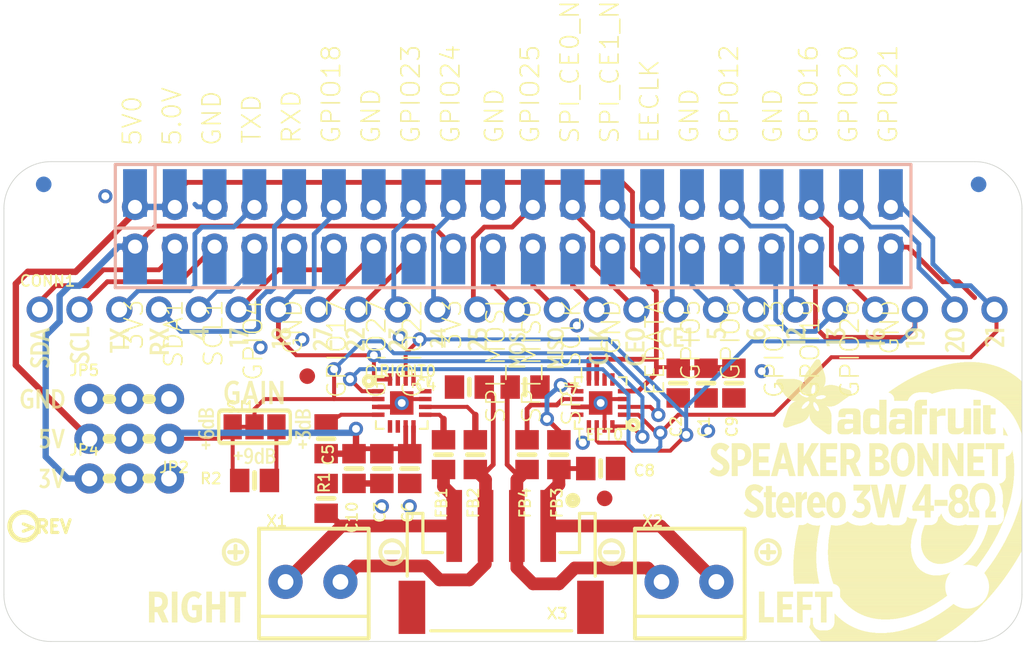
<source format=kicad_pcb>
(kicad_pcb (version 20211014) (generator pcbnew)
  (layers (0 "F.Cu" signal) (31 "B.Cu" signal) (34 "B.Paste" user) (35 "F.Paste" user) (36 "B.SilkS" user "B.Silkscreen") (37 "F.SilkS" user "F.Silkscreen") (38 "B.Mask" user) (39 "F.Mask" user) (44 "Edge.Cuts" user))
  (net 0 "")
  (net 1 "5.0V")
  (net 2 "SDA")
  (net 3 "SCL")
  (net 4 "GPIO4")
  (net 5 "GPIO17")
  (net 6 "GPIO27")
  (net 7 "GPIO22")
  (net 8 "SPI_MOSI")
  (net 9 "SPI_MISO")
  (net 10 "SPI_SCLK")
  (net 11 "GPIO5")
  (net 12 "GPIO6")
  (net 13 "GPIO13")
  (net 14 "GPIO26")
  (net 15 "3.3V")
  (net 16 "GND")
  (net 17 "TXD")
  (net 18 "RXD")
  (net 19 "GPIO24")
  (net 20 "GPIO25")
  (net 21 "SPI_CE0")
  (net 22 "SPI_CE1")
  (net 23 "EECLK")
  (net 24 "GPIO16")
  (net 25 "GPIO20")
  (net 26 "GPIO23")
  (net 27 "EEDATA")
  (net 28 "GPIO12")
  (net 29 "SD_MODE")
  (net 30 "N$5")
  (net 31 "N$6")
  (net 32 "LEFT-")
  (net 33 "LEFT+")
  (net 34 "BCLK")
  (net 35 "LRCLK")
  (net 36 "DIN")
  (net 37 "GAIN")
  (net 38 "N$1")
  (net 39 "N$2")
  (net 40 "RIGHT+")
  (net 41 "RIGHT-")
  (net 42 "N$4")
  (net 43 "N$7")
  (footprint "boardEagle:0805-NO" (layer "F.Cu") (at 146.1001 108.3958 -90)
    (fp_text reference "FB2")
    (fp_text value "Ferrite")
  )
  (footprint "boardEagle:QFN16_3MM" (layer "F.Cu") (at 141.4011 105.0938)
    (fp_text reference "RIGHT0")
    (fp_text value "MAX98357A")
  )
  (footprint "boardEagle:0805-NO" (layer "F.Cu") (at 136.5751 111.1898 90)
    (fp_text reference "C5")
    (fp_text value "DNP")
  )
  (footprint "boardEagle:1X25_ROUND_70MIL" (layer "F.Cu") (at 148.7671 99.1248)
    (fp_text reference "CONN1")
    (fp_text value "HEADER-1X25")
  )
  (footprint "boardEagle:0805-NO" (layer "F.Cu") (at 160.8321 103.8238 -90)
    (fp_text reference "C1")
    (fp_text value "10uF")
  )
  (footprint "boardEagle:1X03_ROUND_76" (layer "F.Cu") (at 124.0021 109.9198)
    (fp_text reference "JP4")
    (fp_text value "")
  )
  (footprint "boardEagle:FIDUCIAL_1MM" (layer "F.Cu") (at 135.3686 103.3793)
    (fp_text reference "FID1" hide)
    (fp_text value "FIDUCIAL_1MM" hide)
  )
  (footprint "boardEagle:0805-NO" (layer "F.Cu") (at 159.0541 103.8238 -90)
    (fp_text reference "C2")
    (fp_text value "0.1uF")
  )
  (footprint "boardEagle:FIDUCIAL_1MM" (layer "F.Cu") (at 154.3551 111.1898)
    (fp_text reference "FID2" hide)
    (fp_text value "FIDUCIAL_1MM" hide)
  )
  (footprint "boardEagle:0805-NO" (layer "F.Cu") (at 144.0681 108.3958 -90)
    (fp_text reference "FB1")
    (fp_text value "Ferrite")
  )
  (footprint "boardEagle:BONNET_SPEAKER_REVB" (layer "F.Cu") (at 116.0011 120.3338)
    (fp_text reference "U$30" hide)
    (fp_text value "" hide)
  )
  (footprint "boardEagle:0805-NO" (layer "F.Cu") (at 145.7191 104.0778 180)
    (fp_text reference "C4")
    (fp_text value "DNP")
  )
  (footprint "boardEagle:0805-NO" (layer "F.Cu") (at 132.0031 110.0468 180)
    (fp_text reference "R2")
    (fp_text value "100K")
  )
  (footprint "boardEagle:JSTPH4" (layer "F.Cu") (at 147.7511 116.6508 180)
    (fp_text reference "X3")
    (fp_text value "4 JST-PH")
  )
  (footprint "boardEagle:TERMBLOCK_1X2-3.5MM" (layer "F.Cu") (at 135.6861 116.5238)
    (fp_text reference "X1")
    (fp_text value "3.5mm")
  )
  (footprint "boardEagle:0805-NO" (layer "F.Cu") (at 154.1011 109.2848)
    (fp_text reference "C8")
    (fp_text value "DNP")
  )
  (footprint "boardEagle:TERMBLOCK_1X2-3.5MM" (layer "F.Cu") (at 159.6891 116.5238)
    (fp_text reference "X2")
    (fp_text value "3.5mm")
  )
  (footprint "boardEagle:PCBFEAT-REV-040" (layer "F.Cu") (at 117.2711 112.9678)
    (fp_text reference "U$11" hide)
    (fp_text value "" hide)
  )
  (footprint "boardEagle:0805-NO" (layer "F.Cu") (at 140.1311 109.2848 -90)
    (fp_text reference "C3")
    (fp_text value "0.1uF")
  )
  (footprint "boardEagle:0805-NO" (layer "F.Cu") (at 151.4341 108.3958 -90)
    (fp_text reference "FB3")
    (fp_text value "Ferrite")
  )
  (footprint "boardEagle:0805-NO" (layer "F.Cu") (at 162.6101 103.8238 -90)
    (fp_text reference "C9")
    (fp_text value "10uF")
  )
  (footprint "boardEagle:1X03_ROUND_76" (layer "F.Cu") (at 124.0021 107.3798 180)
    (fp_text reference "JP2")
    (fp_text value "")
  )
  (footprint "boardEagle:PI_BONNET_THMSMT" (layer "F.Cu") (at 116.0011 120.3338)
    (fp_text reference "RPI1" hide)
    (fp_text value "RASPBERRYPI_BPLUS_BONNET_THMSMT" hide)
    (fp_line (start 62 -30.6604) (end 3 -30.6604) (layer "Edge.Cuts") (width 0.05))
    (fp_line (start 0 -27.6604) (end 0 -3) (layer "Edge.Cuts") (width 0.05))
    (fp_line (start 3 0) (end 62 0) (layer "Edge.Cuts") (width 0.05))
    (fp_line (start 65 -3) (end 65 -27.6604) (layer "Edge.Cuts") (width 0.05))
    (fp_arc (start 3 0) (mid 0.87868 -0.87868) (end 0 -3) (layer "Edge.Cuts") (width 0.05))
    (fp_arc (start 62 -30.6604) (mid 64.12132 -29.78172) (end 65 -27.6604) (layer "Edge.Cuts") (width 0.05))
    (fp_arc (start 65 -3) (mid 64.12132 -0.87868) (end 62 0) (layer "Edge.Cuts") (width 0.05))
    (fp_arc (start 0 -27.6604) (mid 0.87868 -29.78172) (end 3 -30.6604) (layer "Edge.Cuts") (width 0.05))
  )
  (footprint "boardEagle:0805-NO" (layer "F.Cu") (at 149.4021 108.3958 -90)
    (fp_text reference "FB4")
    (fp_text value "Ferrite")
  )
  (footprint "boardEagle:0805-NO" (layer "F.Cu") (at 141.9091 109.2848 -90)
    (fp_text reference "C6")
    (fp_text value "10uF")
  )
  (footprint "boardEagle:0805-NO" (layer "F.Cu") (at 149.2751 104.0778)
    (fp_text reference "C7")
    (fp_text value "DNP")
  )
  (footprint "boardEagle:SOLDERJUMPER_2WAY_OPEN_NOPASTE" (layer "F.Cu") (at 132.0031 106.6178)
    (fp_text reference "SJ1")
    (fp_text value "")
  )
  (footprint "boardEagle:0805-NO" (layer "F.Cu") (at 138.3531 109.2848 -90)
    (fp_text reference "C10")
    (fp_text value "10uF")
  )
  (footprint "boardEagle:QFN16_3MM" (layer "F.Cu") (at 154.1011 105.0938 180)
    (fp_text reference "LEFT0")
    (fp_text value "MAX98357A")
  )
  (footprint "boardEagle:1X03_ROUND_76" (layer "F.Cu") (at 124.0021 104.8398)
    (fp_text reference "JP5")
    (fp_text value "")
  )
  (footprint "boardEagle:0805-NO" (layer "F.Cu") (at 136.5751 107.3798 -90)
    (fp_text reference "R1")
    (fp_text value "390K")
  )
  (gr_line (start 122.6051 104.8398) (end 122.8591 104.8398) (layer "F.SilkS") (width 0.6096))
  (gr_line (start 122.6051 109.9198) (end 122.8591 109.9198) (layer "F.SilkS") (width 0.6096))
  (gr_line (start 125.1451 109.9198) (end 125.3991 109.9198) (layer "F.SilkS") (width 0.6096))
  (gr_line (start 125.1451 104.8398) (end 125.3991 104.8398) (layer "F.SilkS") (width 0.6096))
  (gr_line (start 125.1451 107.3798) (end 125.3991 107.3798) (layer "F.SilkS") (width 0.6096))
  (gr_line (start 122.6051 107.3798) (end 122.8591 107.3798) (layer "F.SilkS") (width 0.6096))
  (segment (start 153.8511 102.2998) (end 157.6571 102.2998) (width 0.3048) (layer "F.Cu") (net 1))
  (segment (start 116.7631 97.4738) (end 117.5251 96.7118) (width 0.4064) (layer "F.Cu") (net 1))
  (segment (start 138.6681 108.3348) (end 138.3531 108.3348) (width 0.4064) (layer "F.Cu") (net 1))
  (segment (start 116.7631 102.6808) (end 116.7631 97.4738) (width 0.4064) (layer "F.Cu") (net 1))
  (segment (start 117.5251 96.7118) (end 120.5731 96.7118) (width 0.4064) (layer "F.Cu") (net 1))
  (segment (start 157.6571 97.9818) (end 157.6571 102.2998) (width 0.3048) (layer "F.Cu") (net 1))
  (segment (start 121.4621 107.3798) (end 116.7631 102.6808) (width 0.4064) (layer "F.Cu") (net 1))
  (segment (start 141.6551 108.0148) (end 140.3851 108.0148) (width 0.3048) (layer "F.Cu") (net 1))
  (segment (start 138.4801 108.2078) (end 138.4801 106.7448) (width 0.4064) (layer "F.Cu") (net 1))
  (segment (start 155.6131 104.3318) (end 155.6011 104.3438) (width 0.3048) (layer "F.Cu") (net 1))
  (segment (start 162.6101 102.8738) (end 160.8321 102.8738) (width 0.4064) (layer "F.Cu") (net 1))
  (segment (start 141.9091 108.3348) (end 141.9091 108.0148) (width 0.254) (layer "F.Cu") (net 1))
  (segment (start 124.3711 92.9138) (end 124.3711 92.5638) (width 0.4064) (layer "F.Cu") (net 1))
  (segment (start 153.8511 103.5938) (end 153.8511 102.2998) (width 0.3048) (layer "F.Cu") (net 1))
  (segment (start 140.3851 108.0148) (end 138.9881 108.0148) (width 0.3048) (layer "F.Cu") (net 1))
  (segment (start 138.3531 108.3348) (end 138.4801 108.2078) (width 0.4064) (layer "F.Cu") (net 1))
  (segment (start 126.9111 91.7708) (end 126.9111 92.5638) (width 0.3048) (layer "F.Cu") (net 1))
  (segment (start 160.8321 102.8738) (end 159.0541 102.8738) (width 0.254) (layer "F.Cu") (net 1))
  (segment (start 157.6571 103.1888) (end 156.5141 104.3318) (width 0.3048) (layer "F.Cu") (net 1))
  (segment (start 142.1511 108.0148) (end 141.9091 108.0148) (width 0.3048) (layer "F.Cu") (net 1))
  (segment (start 156.1331 96.4578) (end 157.6571 97.9818) (width 0.3048) (layer "F.Cu") (net 1))
  (segment (start 141.6551 108.0148) (end 141.6551 106.5938) (width 0.3048) (layer "F.Cu") (net 1))
  (segment (start 136.5801 108.3348) (end 138.3531 108.3348) (width 0.4064) (layer "F.Cu") (net 1))
  (segment (start 129.8441 107.3798) (end 126.5421 107.3798) (width 0.254) (layer "F.Cu") (net 1))
  (segment (start 153.8511 102.2998) (end 153.3511 102.2998) (width 0.3048) (layer "F.Cu") (net 1))
  (segment (start 140.1311 108.3348) (end 140.3851 108.0808) (width 0.254) (layer "F.Cu") (net 1))
  (segment (start 155.4981 90.9968) (end 127.6851 90.9968) (width 0.3048) (layer "F.Cu") (net 1))
  (segment (start 156.5141 104.3318) (end 155.6131 104.3318) (width 0.3048) (layer "F.Cu") (net 1))
  (segment (start 141.9091 108.0148) (end 141.6551 108.0148) (width 0.3048) (layer "F.Cu") (net 1))
  (segment (start 130.6061 106.6178) (end 130.6061 109.5998) (width 0.254) (layer "F.Cu") (net 1))
  (segment (start 156.1331 91.6318) (end 156.1331 96.4578) (width 0.3048) (layer "F.Cu") (net 1))
  (segment (start 136.5751 108.3298) (end 136.5141 108.2688) (width 0.254) (layer "F.Cu") (net 1))
  (segment (start 136.5751 108.3298) (end 136.5801 108.3348) (width 0.4064) (layer "F.Cu") (net 1))
  (segment (start 130.6061 106.6178) (end 129.8441 107.3798) (width 0.254) (layer "F.Cu") (net 1))
  (segment (start 138.9881 108.0148) (end 138.6681 108.3348) (width 0.4064) (layer "F.Cu") (net 1))
  (segment (start 127.6851 90.9968) (end 126.9111 91.7708) (width 0.3048) (layer "F.Cu") (net 1))
  (segment (start 156.1331 91.6318) (end 155.4981 90.9968) (width 0.3048) (layer "F.Cu") (net 1))
  (segment (start 142.1511 106.5938) (end 142.1511 108.0148) (width 0.3048) (layer "F.Cu") (net 1))
  (segment (start 159.0541 102.8738) (end 158.9881 102.8078) (width 0.254) (layer "F.Cu") (net 1))
  (segment (start 140.3851 108.0808) (end 140.3851 108.0148) (width 0.254) (layer "F.Cu") (net 1))
  (segment (start 141.6551 106.5938) (end 141.6511 106.5938) (width 0.3048) (layer "F.Cu") (net 1))
  (segment (start 153.3511 102.2998) (end 153.3511 103.5938) (width 0.3048) (layer "F.Cu") (net 1))
  (segment (start 157.6571 102.2998) (end 157.6571 102.8078) (width 0.3048) (layer "F.Cu") (net 1))
  (segment (start 158.9881 102.8078) (end 157.6571 102.8078) (width 0.254) (layer "F.Cu") (net 1))
  (segment (start 120.5731 96.7118) (end 124.3711 92.9138) (width 0.4064) (layer "F.Cu") (net 1))
  (segment (start 157.6571 102.8078) (end 157.6571 103.1888) (width 0.3048) (layer "F.Cu") (net 1))
  (segment (start 130.6061 109.5998) (end 131.0531 110.0468) (width 0.254) (layer "F.Cu") (net 1))
  (via (at 138.4801 106.7448) (size 0.9064) (drill 0.5) (layers "F.Cu" "B.Cu") (net 1))
  (segment (start 126.9107 91.6764) (end 126.9111 91.6764) (width 0.4064) (layer "B.Cu") (net 1))
  (segment (start 126.9111 91.6764) (end 126.9111 92.5638) (width 0.4064) (layer "B.Cu") (net 1))
  (segment (start 124.3711 92.5638) (end 124.3707 92.5638) (width 0.4064) (layer "B.Cu") (net 1))
  (segment (start 124.0021 107.3798) (end 121.4621 107.3798) (width 0.4064) (layer "B.Cu") (net 1))
  (segment (start 124.3707 92.5638) (end 124.3707 91.6764) (width 0.4064) (layer "B.Cu") (net 1))
  (segment (start 126.5421 107.3798) (end 124.0021 107.3798) (width 0.4064) (layer "B.Cu") (net 1))
  (segment (start 124.3711 92.5638) (end 126.2881 92.5638) (width 0.4064) (layer "B.Cu") (net 1))
  (segment (start 126.9231 106.9988) (end 126.5421 107.3798) (width 0.4064) (layer "B.Cu") (net 1))
  (segment (start 138.2261 106.9988) (end 126.9231 106.9988) (width 0.4064) (layer "B.Cu") (net 1))
  (segment (start 126.2881 92.5638) (end 125.7801 92.5638) (width 0.3048) (layer "B.Cu") (net 1))
  (segment (start 126.9111 92.5638) (end 126.2881 92.5638) (width 0.3048) (layer "B.Cu") (net 1))
  (segment (start 138.4801 106.7448) (end 138.2261 106.9988) (width 0.4064) (layer "B.Cu") (net 1))
  (segment (start 118.2871 98.6168) (end 119.3031 97.6008) (width 0.3048) (layer "F.Cu") (net 2))
  (segment (start 122.3511 96.5848) (end 125.9071 96.5848) (width 0.3048) (layer "F.Cu") (net 2))
  (segment (start 118.2871 99.1248) (end 118.2871 98.6168) (width 0.3048) (layer "F.Cu") (net 2))
  (segment (start 119.3031 97.6008) (end 121.3351 97.6008) (width 0.3048) (layer "F.Cu") (net 2))
  (segment (start 125.9071 96.5848) (end 126.9111 95.5808) (width 0.3048) (layer "F.Cu") (net 2))
  (segment (start 126.9111 95.5808) (end 126.9111 95.1038) (width 0.3048) (layer "F.Cu") (net 2))
  (segment (start 121.3351 97.6008) (end 122.3511 96.5848) (width 0.3048) (layer "F.Cu") (net 2))
  (segment (start 126.9107 95.9944) (end 126.9111 95.9944) (width 0.4064) (layer "B.Cu") (net 2))
  (segment (start 126.9111 95.9944) (end 126.9111 95.1038) (width 0.4064) (layer "B.Cu") (net 2))
  (segment (start 127.2431 97.3468) (end 129.4511 95.1038) (width 0.3048) (layer "F.Cu") (net 3))
  (segment (start 122.6051 97.3468) (end 127.2431 97.3468) (width 0.3048) (layer "F.Cu") (net 3))
  (segment (start 120.8271 99.1248) (end 122.6051 97.3468) (width 0.3048) (layer "F.Cu") (net 3))
  (segment (start 129.4507 95.9944) (end 129.4511 95.9944) (width 0.4064) (layer "B.Cu") (net 3))
  (segment (start 129.4511 95.9944) (end 129.4511 95.1038) (width 0.4064) (layer "B.Cu") (net 3))
  (segment (start 131.9911 96.4698) (end 131.9911 95.1038) (width 0.254) (layer "B.Cu") (net 4))
  (segment (start 130.4791 97.9818) (end 131.9911 96.4698) (width 0.254) (layer "B.Cu") (net 4))
  (segment (start 128.4471 99.1248) (end 129.5901 97.9818) (width 0.254) (layer "B.Cu") (net 4))
  (segment (start 131.9907 95.9944) (end 131.9911 95.9944) (width 0.4064) (layer "B.Cu") (net 4))
  (segment (start 131.9911 95.9944) (end 131.9911 95.1038) (width 0.4064) (layer "B.Cu") (net 4))
  (segment (start 129.5901 97.9818) (end 130.4791 97.9818) (width 0.254) (layer "B.Cu") (net 4))
  (segment (start 137.0711 96.0888) (end 137.0711 95.1038) (width 0.3048) (layer "F.Cu") (net 5))
  (segment (start 130.9871 99.1248) (end 133.5271 96.5848) (width 0.3048) (layer "F.Cu") (net 5))
  (segment (start 136.5751 96.5848) (end 137.0711 96.0888) (width 0.3048) (layer "F.Cu") (net 5))
  (segment (start 133.5271 96.5848) (end 136.5751 96.5848) (width 0.3048) (layer "F.Cu") (net 5))
  (segment (start 137.0707 95.9944) (end 137.0711 95.9944) (width 0.4064) (layer "B.Cu") (net 5))
  (segment (start 137.0711 95.9944) (end 137.0711 95.1038) (width 0.4064) (layer "B.Cu") (net 5))
  (segment (start 139.6111 95.5808) (end 139.6111 95.1038) (width 0.3048) (layer "F.Cu") (net 6))
  (segment (start 136.0671 99.1248) (end 139.6111 95.5808) (width 0.3048) (layer "F.Cu") (net 6))
  (segment (start 139.6111 95.9944) (end 139.6111 95.1038) (width 0.4064) (layer "B.Cu") (net 6))
  (segment (start 139.6107 95.9944) (end 139.6111 95.9944) (width 0.4064) (layer "B.Cu") (net 6))
  (segment (start 138.6071 99.1248) (end 142.1511 95.5808) (width 0.3048) (layer "F.Cu") (net 7))
  (segment (start 142.1511 95.5808) (end 142.1511 95.1038) (width 0.3048) (layer "F.Cu") (net 7))
  (segment (start 142.1507 95.9944) (end 142.1511 95.9944) (width 0.4064) (layer "B.Cu") (net 7))
  (segment (start 142.1511 95.9944) (end 142.1511 95.1038) (width 0.4064) (layer "B.Cu") (net 7))
  (segment (start 147.2311 97.5888) (end 147.2311 95.1038) (width 0.3048) (layer "F.Cu") (net 8))
  (segment (start 148.7671 99.1248) (end 147.2311 97.5888) (width 0.3048) (layer "F.Cu") (net 8))
  (segment (start 147.2307 95.9944) (end 147.2311 95.9944) (width 0.4064) (layer "B.Cu") (net 8))
  (segment (start 147.2311 95.9944) (end 147.2311 95.1038) (width 0.4064) (layer "B.Cu") (net 8))
  (segment (start 149.7711 97.5888) (end 149.7711 95.1038) (width 0.3048) (layer "F.Cu") (net 9))
  (segment (start 151.3071 99.1248) (end 149.7711 97.5888) (width 0.3048) (layer "F.Cu") (net 9))
  (segment (start 149.7707 95.9944) (end 149.7711 95.9944) (width 0.4064) (layer "B.Cu") (net 9))
  (segment (start 149.7711 95.9944) (end 149.7711 95.1038) (width 0.4064) (layer "B.Cu") (net 9))
  (segment (start 152.3111 97.5888) (end 152.3111 95.1038) (width 0.3048) (layer "F.Cu") (net 10))
  (segment (start 153.8471 99.1248) (end 152.3111 97.5888) (width 0.3048) (layer "F.Cu") (net 10))
  (segment (start 152.3111 95.9944) (end 152.3111 95.1038) (width 0.4064) (layer "B.Cu") (net 10))
  (segment (start 152.3107 95.9944) (end 152.3111 95.9944) (width 0.4064) (layer "B.Cu") (net 10))
  (segment (start 159.9311 97.5888) (end 161.4671 99.1248) (width 0.3048) (layer "B.Cu") (net 11))
  (segment (start 159.9311 96.2038) (end 159.9311 97.5888) (width 0.3048) (layer "B.Cu") (net 11))
  (segment (start 159.9311 95.9944) (end 159.9311 96.2038) (width 0.4064) (layer "B.Cu") (net 11))
  (segment (start 159.9307 95.9944) (end 159.9311 95.9944) (width 0.4064) (layer "B.Cu") (net 11))
  (segment (start 159.9311 95.1038) (end 159.9311 96.2038) (width 0.3048) (layer "B.Cu") (net 11))
  (segment (start 162.4711 95.9944) (end 162.4711 95.6958) (width 0.4064) (layer "B.Cu") (net 12))
  (segment (start 162.4707 95.9944) (end 162.4711 95.9944) (width 0.4064) (layer "B.Cu") (net 12))
  (segment (start 162.4711 95.6958) (end 162.4711 97.5888) (width 0.3048) (layer "B.Cu") (net 12))
  (segment (start 162.4711 97.5888) (end 164.0071 99.1248) (width 0.3048) (layer "B.Cu") (net 12))
  (segment (start 162.4711 95.1038) (end 162.4711 95.6958) (width 0.3048) (layer "B.Cu") (net 12))
  (segment (start 165.1011 96.2818) (end 165.2771 96.4578) (width 0.3048) (layer "B.Cu") (net 13))
  (segment (start 165.1011 96.2818) (end 165.0231 96.2818) (width 0.4064) (layer "B.Cu") (net 13))
  (segment (start 165.0107 95.4418) (end 165.0107 95.9944) (width 0.4064) (layer "B.Cu") (net 13))
  (segment (start 166.0391 100.5218) (end 167.8171 100.5218) (width 0.3048) (layer "B.Cu") (net 13))
  (segment (start 165.0231 95.4418) (end 165.0107 95.4418) (width 0.4064) (layer "B.Cu") (net 13))
  (segment (start 165.0231 96.2818) (end 165.0231 95.4418) (width 0.4064) (layer "B.Cu") (net 13))
  (segment (start 169.0871 99.2518) (end 169.0871 99.1248) (width 0.3048) (layer "B.Cu") (net 13))
  (segment (start 165.0111 95.1038) (end 165.1011 95.1388) (width 0.3048) (layer "B.Cu") (net 13))
  (segment (start 167.8171 100.5218) (end 169.0871 99.2518) (width 0.3048) (layer "B.Cu") (net 13))
  (segment (start 165.1011 95.1388) (end 165.1011 96.2818) (width 0.3048) (layer "B.Cu") (net 13))
  (segment (start 165.2771 99.7598) (end 166.0391 100.5218) (width 0.3048) (layer "B.Cu") (net 13))
  (segment (start 165.2771 96.4578) (end 165.2771 99.7598) (width 0.3048) (layer "B.Cu") (net 13))
  (segment (start 170.0907 95.9944) (end 170.0911 95.9944) (width 0.4064) (layer "B.Cu") (net 14))
  (segment (start 170.0911 95.9944) (end 170.0911 95.1038) (width 0.4064) (layer "B.Cu") (net 14))
  (segment (start 143.3781 93.7908) (end 144.6911 95.1038) (width 0.3048) (layer "F.Cu") (net 15))
  (segment (start 125.6841 93.7908) (end 143.3781 93.7908) (width 0.3048) (layer "F.Cu") (net 15))
  (segment (start 124.3711 95.1038) (end 125.6841 93.7908) (width 0.3048) (layer "F.Cu") (net 15))
  (segment (start 124.3707 95.1038) (end 124.3707 95.9944) (width 0.4064) (layer "B.Cu") (net 15))
  (segment (start 119.5571 98.2358) (end 119.5571 99.8868) (width 0.4064) (layer "B.Cu") (net 15))
  (segment (start 123.3241 95.1038) (end 120.8271 97.6008) (width 0.4064) (layer "B.Cu") (net 15))
  (segment (start 124.3711 95.1038) (end 123.3241 95.1038) (width 0.4064) (layer "B.Cu") (net 15))
  (segment (start 118.6681 100.7758) (end 118.6681 108.5228) (width 0.4064) (layer "B.Cu") (net 15))
  (segment (start 118.6681 108.5228) (end 120.0651 109.9198) (width 0.4064) (layer "B.Cu") (net 15))
  (segment (start 119.5571 99.8868) (end 118.6681 100.7758) (width 0.4064) (layer "B.Cu") (net 15))
  (segment (start 144.6911 95.9944) (end 144.6911 95.1038) (width 0.4064) (layer "B.Cu") (net 15))
  (segment (start 120.8271 97.6008) (end 120.1921 97.6008) (width 0.4064) (layer "B.Cu") (net 15))
  (segment (start 124.3711 95.1038) (end 124.3707 95.1038) (width 0.4064) (layer "B.Cu") (net 15))
  (segment (start 120.1921 97.6008) (end 119.5571 98.2358) (width 0.4064) (layer "B.Cu") (net 15))
  (segment (start 120.0651 109.9198) (end 121.4621 109.9198) (width 0.4064) (layer "B.Cu") (net 15))
  (segment (start 144.6911 94.7948) (end 144.6911 95.1038) (width 0.4064) (layer "B.Cu") (net 15))
  (segment (start 121.4621 109.9198) (end 124.0021 109.9198) (width 0.4064) (layer "B.Cu") (net 15))
  (segment (start 124.3711 95.1038) (end 124.3711 94.6043) (width 0.4064) (layer "B.Cu") (net 15))
  (segment (start 144.6907 95.9944) (end 144.6911 95.9944) (width 0.4064) (layer "B.Cu") (net 15))
  (segment (start 124.0021 109.9198) (end 126.5421 109.9198) (width 0.4064) (layer "B.Cu") (net 15))
  (segment (start 152.6011 105.3438) (end 154.1011 105.3438) (width 0.3048) (layer "F.Cu") (net 16))
  (segment (start 176.9611 97.3468) (end 177.9771 98.3628) (width 0.3048) (layer "F.Cu") (net 16))
  (segment (start 154.3511 104.8438) (end 154.1011 105.0938) (width 0.254) (layer "F.Cu") (net 16))
  (segment (start 173.7371 95.1388) (end 175.9451 97.3468) (width 0.3048) (layer "F.Cu") (net 16))
  (segment (start 155.6011 104.8438) (end 154.3511 104.8438) (width 0.254) (layer "F.Cu") (net 16))
  (segment (start 172.6311 95.1038) (end 173.7371 95.1388) (width 0.3048) (layer "F.Cu") (net 16))
  (segment (start 175.9451 97.3468) (end 176.9611 97.3468) (width 0.3048) (layer "F.Cu") (net 16))
  (segment (start 142.9011 104.8438) (end 141.6511 104.8438) (width 0.254) (layer "F.Cu") (net 16))
  (segment (start 138.6021 110.2348) (end 140.1311 110.2348) (width 0.4064) (layer "F.Cu") (net 16))
  (segment (start 154.1011 105.3438) (end 154.1011 105.0938) (width 0.3048) (layer "F.Cu") (net 16))
  (segment (start 141.6511 104.8438) (end 141.4011 105.0938) (width 0.254) (layer "F.Cu") (net 16))
  (segment (start 154.3511 106.5938) (end 154.3511 105.3438) (width 0.254) (layer "F.Cu") (net 16))
  (segment (start 141.4011 105.3438) (end 141.4011 105.0938) (width 0.3048) (layer "F.Cu") (net 16))
  (segment (start 139.9011 105.3438) (end 141.4011 105.3438) (width 0.3048) (layer "F.Cu") (net 16))
  (segment (start 154.3511 105.3438) (end 154.1011 105.0938) (width 0.254) (layer "F.Cu") (net 16))
  (via (at 122.4781 91.8858) (size 0.9064) (drill 0.5) (layers "F.Cu" "B.Cu") (net 16))
  (via (at 152.5771 100.1408) (size 0.9064) (drill 0.5) (layers "F.Cu" "B.Cu") (net 16))
  (via (at 164.3881 103.0618) (size 0.9064) (drill 0.5) (layers "F.Cu" "B.Cu") (net 16))
  (via (at 160.9591 106.8718) (size 0.9064) (drill 0.5) (layers "F.Cu" "B.Cu") (net 16))
  (via (at 141.4011 105.0938) (size 0.9064) (drill 0.5) (layers "F.Cu" "B.Cu") (net 16))
  (via (at 141.9091 111.6978) (size 0.9064) (drill 0.5) (layers "F.Cu" "B.Cu") (net 16))
  (via (at 132.3841 101.5378) (size 0.9064) (drill 0.5) (layers "F.Cu" "B.Cu") (net 16))
  (via (at 140.1311 111.6978) (size 0.9064) (drill 0.5) (layers "F.Cu" "B.Cu") (net 16))
  (via (at 141.2741 100.9028) (size 0.9064) (drill 0.5) (layers "F.Cu" "B.Cu") (net 16))
  (via (at 152.9581 107.6338) (size 0.9064) (drill 0.5) (layers "F.Cu" "B.Cu") (net 16))
  (via (at 135.0511 101.0298) (size 0.9064) (drill 0.5) (layers "F.Cu" "B.Cu") (net 16))
  (via (at 154.1011 105.0938) (size 0.9064) (drill 0.5) (layers "F.Cu" "B.Cu") (net 16))
  (segment (start 128.3631 92.5638) (end 128.1931 92.3938) (width 0.3048) (layer "B.Cu") (net 16))
  (segment (start 129.4511 92.5638) (end 128.3631 92.5638) (width 0.3048) (layer "B.Cu") (net 16))
  (segment (start 130.6696 93.8543) (end 131.9251 92.5988) (width 0.3048) (layer "B.Cu") (net 17))
  (segment (start 131.9911 91.6764) (end 131.9911 92.5638) (width 0.4064) (layer "B.Cu") (net 17))
  (segment (start 124.5736 97.9183) (end 123.3671 99.1248) (width 0.3048) (layer "B.Cu") (net 17))
  (segment (start 131.9251 92.5988) (end 131.9911 92.5638) (width 0.3048) (layer "B.Cu") (net 17))
  (segment (start 128.1931 94.2988) (end 128.6376 93.8543) (width 0.3048) (layer "B.Cu") (net 17))
  (segment (start 127.8756 97.9183) (end 124.5736 97.9183) (width 0.3048) (layer "B.Cu") (net 17))
  (segment (start 131.9907 91.6764) (end 131.9911 91.6764) (width 0.4064) (layer "B.Cu") (net 17))
  (segment (start 128.1931 97.6008) (end 127.8756 97.9183) (width 0.3048) (layer "B.Cu") (net 17))
  (segment (start 128.6376 93.8543) (end 130.6696 93.8543) (width 0.3048) (layer "B.Cu") (net 17))
  (segment (start 128.1931 94.2988) (end 128.1931 97.6008) (width 0.3048) (layer "B.Cu") (net 17))
  (segment (start 133.0191 97.9818) (end 132.7651 97.9818) (width 0.3048) (layer "B.Cu") (net 18))
  (segment (start 127.3041 100.5218) (end 125.9071 99.1248) (width 0.3048) (layer "B.Cu") (net 18))
  (segment (start 132.0031 100.5218) (end 127.3041 100.5218) (width 0.3048) (layer "B.Cu") (net 18))
  (segment (start 134.5311 91.6764) (end 134.5311 92.5638) (width 0.4064) (layer "B.Cu") (net 18))
  (segment (start 132.7651 97.9818) (end 132.2571 98.4898) (width 0.3048) (layer "B.Cu") (net 18))
  (segment (start 132.2571 100.2678) (end 132.0031 100.5218) (width 0.3048) (layer "B.Cu") (net 18))
  (segment (start 134.5307 91.6764) (end 134.5311 91.6764) (width 0.4064) (layer "B.Cu") (net 18))
  (segment (start 133.2731 97.7278) (end 133.0191 97.9818) (width 0.3048) (layer "B.Cu") (net 18))
  (segment (start 134.5311 92.5638) (end 133.2731 93.8218) (width 0.3048) (layer "B.Cu") (net 18))
  (segment (start 132.2571 98.4898) (end 132.2571 100.2678) (width 0.3048) (layer "B.Cu") (net 18))
  (segment (start 133.2731 93.8218) (end 133.2731 97.7278) (width 0.3048) (layer "B.Cu") (net 18))
  (segment (start 144.6911 92.5638) (end 144.6911 92.9138) (width 0.3048) (layer "B.Cu") (net 19))
  (segment (start 143.4331 94.1718) (end 143.4331 98.8708) (width 0.3048) (layer "B.Cu") (net 19))
  (segment (start 144.6907 91.6764) (end 144.6911 91.6764) (width 0.4064) (layer "B.Cu") (net 19))
  (segment (start 143.4331 98.8708) (end 143.6871 99.1248) (width 0.3048) (layer "B.Cu") (net 19))
  (segment (start 144.6911 91.6764) (end 144.6911 92.5638) (width 0.4064) (layer "B.Cu") (net 19))
  (segment (start 144.6911 92.9138) (end 143.4331 94.1718) (width 0.3048) (layer "B.Cu") (net 19))
  (segment (start 145.9731 98.8708) (end 145.9731 94.5528) (width 0.3048) (layer "F.Cu") (net 20))
  (segment (start 146.6716 93.8543) (end 148.4496 93.8543) (width 0.3048) (layer "F.Cu") (net 20))
  (segment (start 146.2271 99.1248) (end 145.9731 98.8708) (width 0.3048) (layer "F.Cu") (net 20))
  (segment (start 148.4496 93.8543) (end 149.7051 92.5988) (width 0.3048) (layer "F.Cu") (net 20))
  (segment (start 145.9731 94.5528) (end 146.6716 93.8543) (width 0.3048) (layer "F.Cu") (net 20))
  (segment (start 149.7051 92.5988) (end 149.7711 92.5638) (width 0.3048) (layer "F.Cu") (net 20))
  (segment (start 149.7707 91.6764) (end 149.7711 91.6764) (width 0.4064) (layer "B.Cu") (net 20))
  (segment (start 149.7711 91.6764) (end 149.7711 92.5638) (width 0.4064) (layer "B.Cu") (net 20))
  (segment (start 153.5931 94.1718) (end 152.3111 92.8898) (width 0.3048) (layer "F.Cu") (net 21))
  (segment (start 156.3871 99.1248) (end 153.5931 96.3308) (width 0.3048) (layer "F.Cu") (net 21))
  (segment (start 153.5931 96.3308) (end 153.5931 94.1718) (width 0.3048) (layer "F.Cu") (net 21))
  (segment (start 152.3111 92.8898) (end 152.3111 92.5638) (width 0.3048) (layer "F.Cu") (net 21))
  (segment (start 152.3111 91.6764) (end 152.3111 92.5638) (width 0.4064) (layer "B.Cu") (net 21))
  (segment (start 152.3107 91.6764) (end 152.3111 91.6764) (width 0.4064) (layer "B.Cu") (net 21))
  (segment (start 154.8507 91.6764) (end 154.8511 91.6764) (width 0.4064) (layer "B.Cu") (net 22))
  (segment (start 154.8511 92.6358) (end 154.8511 92.7628) (width 0.3048) (layer "B.Cu") (net 22))
  (segment (start 154.8511 91.6764) (end 154.8511 92.5638) (width 0.4064) (layer "B.Cu") (net 22))
  (segment (start 156.0061 93.7908) (end 154.8511 92.6358) (width 0.3048) (layer "B.Cu") (net 22))
  (segment (start 158.9271 99.1248) (end 158.6731 98.8708) (width 0.3048) (layer "B.Cu") (net 22))
  (segment (start 154.8511 92.6358) (end 154.8511 92.5638) (width 0.3048) (layer "B.Cu") (net 22))
  (segment (start 158.6731 93.7908) (end 156.0061 93.7908) (width 0.3048) (layer "B.Cu") (net 22))
  (segment (start 158.6731 98.8708) (end 158.6731 93.7908) (width 0.3048) (layer "B.Cu") (net 22))
  (segment (start 157.3907 91.6764) (end 157.3911 91.6764) (width 0.4064) (layer "B.Cu") (net 23))
  (segment (start 157.3911 91.6764) (end 157.3911 92.5638) (width 0.4064) (layer "B.Cu") (net 23))
  (segment (start 171.6271 99.1248) (end 168.8331 96.3308) (width 0.3048) (layer "F.Cu") (net 24))
  (segment (start 168.8331 93.8458) (end 167.5511 92.5638) (width 0.3048) (layer "F.Cu") (net 24))
  (segment (start 168.8331 96.3308) (end 168.8331 93.8458) (width 0.3048) (layer "F.Cu") (net 24))
  (segment (start 167.5511 92.5638) (end 167.5511 92.9138) (width 0.3048) (layer "B.Cu") (net 24))
  (segment (start 167.5511 91.6764) (end 167.5511 92.5638) (width 0.4064) (layer "B.Cu") (net 24))
  (segment (start 167.5507 91.6764) (end 167.5511 91.6764) (width 0.4064) (layer "B.Cu") (net 24))
  (segment (start 173.3416 93.8543) (end 174.4211 94.9338) (width 0.3048) (layer "B.Cu") (net 25))
  (segment (start 176.7071 98.7438) (end 176.7071 99.1248) (width 0.3048) (layer "B.Cu") (net 25))
  (segment (start 174.4211 96.4578) (end 176.7071 98.7438) (width 0.3048) (layer "B.Cu") (net 25))
  (segment (start 170.0907 91.6764) (end 170.0911 91.6764) (width 0.4064) (layer "B.Cu") (net 25))
  (segment (start 171.3466 93.8543) (end 173.3416 93.8543) (width 0.3048) (layer "B.Cu") (net 25))
  (segment (start 170.0911 92.5638) (end 171.3466 93.8543) (width 0.3048) (layer "B.Cu") (net 25))
  (segment (start 170.0911 91.6764) (end 170.0911 92.5638) (width 0.4064) (layer "B.Cu") (net 25))
  (segment (start 174.4211 94.9338) (end 174.4211 96.4578) (width 0.3048) (layer "B.Cu") (net 25))
  (segment (start 142.1507 91.6764) (end 142.1511 91.6764) (width 0.4064) (layer "B.Cu") (net 26))
  (segment (start 140.8931 98.8708) (end 140.8931 94.1718) (width 0.3048) (layer "B.Cu") (net 26))
  (segment (start 141.1471 99.1248) (end 140.8931 98.8708) (width 0.3048) (layer "B.Cu") (net 26))
  (segment (start 140.8931 94.1718) (end 142.1511 92.9138) (width 0.3048) (layer "B.Cu") (net 26))
  (segment (start 142.1511 92.9138) (end 142.1511 92.5638) (width 0.3048) (layer "B.Cu") (net 26))
  (segment (start 142.1511 91.6764) (end 142.1511 92.5638) (width 0.4064) (layer "B.Cu") (net 26))
  (segment (start 157.3907 95.9944) (end 157.3911 95.9944) (width 0.4064) (layer "B.Cu") (net 27))
  (segment (start 157.3911 95.9944) (end 157.3911 95.1038) (width 0.4064) (layer "B.Cu") (net 27))
  (segment (start 162.4707 91.6764) (end 162.4711 91.6764) (width 0.4064) (layer "B.Cu") (net 28))
  (segment (start 162.4711 91.6764) (end 162.4711 92.5638) (width 0.4064) (layer "B.Cu") (net 28))
  (segment (start 163.6631 93.7908) (end 165.9121 93.7908) (width 0.3048) (layer "B.Cu") (net 28))
  (segment (start 162.4711 92.5638) (end 163.6261 93.7538) (width 0.3048) (layer "B.Cu") (net 28))
  (segment (start 165.9121 93.7908) (end 166.2931 94.1718) (width 0.3048) (layer "B.Cu") (net 28))
  (segment (start 166.2931 94.1718) (end 166.2931 98.8708) (width 0.3048) (layer "B.Cu") (net 28))
  (segment (start 166.2931 98.8708) (end 166.5471 99.1248) (width 0.3048) (layer "B.Cu") (net 28))
  (segment (start 166.5471 98.9978) (end 166.5471 99.1248) (width 0.3048) (layer "B.Cu") (net 28))
  (segment (start 163.6261 93.7538) (end 163.6631 93.7908) (width 0.3048) (layer "B.Cu") (net 28))
  (segment (start 137.5371 105.8438) (end 136.5751 106.4298) (width 0.254) (layer "F.Cu") (net 29))
  (segment (start 139.9011 105.8438) (end 137.5371 105.8438) (width 0.254) (layer "F.Cu") (net 29))
  (segment (start 142.9011 105.3438) (end 145.5881 105.3438) (width 0.254) (layer "F.Cu") (net 30))
  (segment (start 146.1001 105.8558) (end 146.1001 107.4458) (width 0.4064) (layer "F.Cu") (net 30))
  (segment (start 145.5881 105.3438) (end 146.1001 105.8558) (width 0.254) (layer "F.Cu") (net 30))
  (segment (start 143.8021 105.8438) (end 144.0681 106.1098) (width 0.254) (layer "F.Cu") (net 31))
  (segment (start 144.0681 106.1098) (end 144.0681 107.4458) (width 0.4064) (layer "F.Cu") (net 31))
  (segment (start 142.9011 105.8438) (end 143.8021 105.8438) (width 0.254) (layer "F.Cu") (net 31))
  (segment (start 151.4341 116.6508) (end 152.4501 115.6348) (width 0.8128) (layer "F.Cu") (net 32))
  (segment (start 148.1321 104.1388) (end 148.1321 109.0308) (width 0.3048) (layer "F.Cu") (net 32))
  (segment (start 148.7511 109.6498) (end 148.7511 109.9968) (width 0.3048) (layer "F.Cu") (net 32))
  (segment (start 149.7831 116.6508) (end 151.4341 116.6508) (width 0.8128) (layer "F.Cu") (net 32))
  (segment (start 148.7511 109.9968) (end 148.7511 112.9508) (width 0.8128) (layer "F.Cu") (net 32))
  (segment (start 148.7511 112.9508) (end 148.7511 115.6188) (width 0.8128) (layer "F.Cu") (net 32))
  (segment (start 148.3251 104.0778) (end 148.1321 104.1388) (width 0.3048) (layer "F.Cu") (net 32))
  (segment (start 152.4501 115.6348) (end 157.1001 115.6348) (width 0.8128) (layer "F.Cu") (net 32))
  (segment (start 157.1001 115.6348) (end 157.9891 116.5238) (width 0.8128) (layer "F.Cu") (net 32))
  (segment (start 149.4021 109.3458) (end 148.7511 109.9968) (width 0.8128) (layer "F.Cu") (net 32))
  (segment (start 148.7511 115.6188) (end 149.7831 116.6508) (width 0.8128) (layer "F.Cu") (net 32))
  (segment (start 148.1321 109.0308) (end 148.7511 109.6498) (width 0.3048) (layer "F.Cu") (net 32))
  (segment (start 150.7991 112.9028) (end 150.7511 112.9508) (width 0.8128) (layer "F.Cu") (net 33))
  (segment (start 157.9161 112.9508) (end 161.4891 116.5238) (width 0.8128) (layer "F.Cu") (net 33))
  (segment (start 150.7511 112.9508) (end 157.9161 112.9508) (width 0.8128) (layer "F.Cu") (net 33))
  (segment (start 151.4951 109.2848) (end 151.4341 109.3458) (width 0.3048) (layer "F.Cu") (net 33))
  (segment (start 153.1511 109.2848) (end 151.4951 109.2848) (width 0.3048) (layer "F.Cu") (net 33))
  (segment (start 151.4341 109.3458) (end 151.4341 110.3008) (width 0.8128) (layer "F.Cu") (net 33))
  (segment (start 151.4341 110.3008) (end 150.7991 110.9358) (width 0.8128) (layer "F.Cu") (net 33))
  (segment (start 150.7991 110.9358) (end 150.7991 112.9028) (width 0.8128) (layer "F.Cu") (net 33))
  (segment (start 133.5271 100.9028) (end 134.6701 102.0458) (width 0.254) (layer "F.Cu") (net 34))
  (segment (start 139.6231 103.5698) (end 140.6271 103.5698) (width 0.3048) (layer "F.Cu") (net 34))
  (segment (start 134.6701 102.0458) (end 139.6231 102.0458) (width 0.254) (layer "F.Cu") (net 34))
  (segment (start 156.1091 106.5938) (end 156.7681 107.2528) (width 0.254) (layer "F.Cu") (net 34))
  (segment (start 133.5271 99.1248) (end 133.5271 100.9028) (width 0.3048) (layer "F.Cu") (net 34))
  (segment (start 154.8511 106.5938) (end 156.1091 106.5938) (width 0.254) (layer "F.Cu") (net 34))
  (segment (start 140.6271 103.5698) (end 140.6511 103.5938) (width 0.3048) (layer "F.Cu") (net 34))
  (segment (start 139.6231 102.0458) (end 139.6231 103.5698) (width 0.254) (layer "F.Cu") (net 34))
  (via (at 139.6231 102.0458) (size 0.9064) (drill 0.5) (layers "F.Cu" "B.Cu") (net 34))
  (via (at 156.7681 107.2528) (size 0.9064) (drill 0.5) (layers "F.Cu" "B.Cu") (net 34))
  (segment (start 156.7681 107.2528) (end 156.7681 104.7128) (width 0.254) (layer "B.Cu") (net 34))
  (segment (start 137.0707 91.6764) (end 137.0711 91.6764) (width 0.4064) (layer "B.Cu") (net 34))
  (segment (start 135.5591 97.9818) (end 134.5431 97.9818) (width 0.3048) (layer "B.Cu") (net 34))
  (segment (start 137.0711 93.0408) (end 137.0711 92.5638) (width 0.3048) (layer "B.Cu") (net 34))
  (segment (start 135.8131 97.7278) (end 135.5591 97.9818) (width 0.3048) (layer "B.Cu") (net 34))
  (segment (start 140.0041 102.4268) (end 139.6231 102.0458) (width 0.254) (layer "B.Cu") (net 34))
  (segment (start 134.5431 97.9818) (end 134.0351 98.4898) (width 0.3048) (layer "B.Cu") (net 34))
  (segment (start 135.8131 94.2988) (end 137.0711 93.0408) (width 0.3048) (layer "B.Cu") (net 34))
  (segment (start 134.0351 98.4898) (end 134.0351 98.6168) (width 0.3048) (layer "B.Cu") (net 34))
  (segment (start 137.0711 91.6764) (end 137.0711 92.5638) (width 0.4064) (layer "B.Cu") (net 34))
  (segment (start 156.7681 104.7128) (end 154.4821 102.4268) (width 0.254) (layer "B.Cu") (net 34))
  (segment (start 154.4821 102.4268) (end 140.0041 102.4268) (width 0.254) (layer "B.Cu") (net 34))
  (segment (start 134.0351 98.6168) (end 133.5271 99.1248) (width 0.3048) (layer "B.Cu") (net 34))
  (segment (start 135.8131 97.7278) (end 135.8131 94.2988) (width 0.3048) (layer "B.Cu") (net 34))
  (segment (start 167.8171 95.3698) (end 167.8171 100.2678) (width 0.3048) (layer "F.Cu") (net 35))
  (segment (start 156.1331 108.1418) (end 158.5461 108.1418) (width 0.254) (layer "F.Cu") (net 35))
  (segment (start 153.8511 107.5108) (end 153.9741 107.6338) (width 0.254) (layer "F.Cu") (net 35))
  (segment (start 155.6251 107.6338) (end 156.1331 108.1418) (width 0.254) (layer "F.Cu") (net 35))
  (segment (start 153.8511 106.5938) (end 153.8511 107.5108) (width 0.254) (layer "F.Cu") (net 35))
  (segment (start 174.1671 100.2678) (end 174.1671 99.1248) (width 0.3048) (layer "F.Cu") (net 35))
  (segment (start 167.5511 95.1038) (end 167.8171 95.3698) (width 0.3048) (layer "F.Cu") (net 35))
  (segment (start 158.5461 108.1418) (end 159.5621 107.1258) (width 0.254) (layer "F.Cu") (net 35))
  (segment (start 167.8171 100.2678) (end 168.4521 100.9028) (width 0.3048) (layer "F.Cu") (net 35))
  (segment (start 173.5321 100.9028) (end 174.1671 100.2678) (width 0.3048) (layer "F.Cu") (net 35))
  (segment (start 141.6511 103.5938) (end 141.6511 101.9228) (width 0.254) (layer "F.Cu") (net 35))
  (segment (start 141.6511 101.9228) (end 142.5441 101.0298) (width 0.254) (layer "F.Cu") (net 35))
  (segment (start 168.4521 100.9028) (end 173.5321 100.9028) (width 0.3048) (layer "F.Cu") (net 35))
  (segment (start 153.9741 107.6338) (end 155.6251 107.6338) (width 0.254) (layer "F.Cu") (net 35))
  (via (at 159.5621 107.1258) (size 0.9064) (drill 0.5) (layers "F.Cu" "B.Cu") (net 35))
  (via (at 142.5441 101.0298) (size 0.9064) (drill 0.5) (layers "F.Cu" "B.Cu") (net 35))
  (segment (start 167.5511 95.9944) (end 167.5511 95.1038) (width 0.4064) (layer "B.Cu") (net 35))
  (segment (start 159.5621 105.9828) (end 159.5621 107.1258) (width 0.254) (layer "B.Cu") (net 35))
  (segment (start 173.2781 101.1568) (end 174.1671 100.2678) (width 0.254) (layer "B.Cu") (net 35))
  (segment (start 174.1671 100.2678) (end 174.1671 99.1248) (width 0.254) (layer "B.Cu") (net 35))
  (segment (start 163.7531 101.1568) (end 159.5621 105.3478) (width 0.254) (layer "B.Cu") (net 35))
  (segment (start 159.5621 105.3478) (end 159.5621 105.9828) (width 0.254) (layer "B.Cu") (net 35))
  (segment (start 154.6091 101.0298) (end 159.5621 105.9828) (width 0.254) (layer "B.Cu") (net 35))
  (segment (start 163.7531 101.1568) (end 173.2781 101.1568) (width 0.254) (layer "B.Cu") (net 35))
  (segment (start 167.5507 95.9944) (end 167.5511 95.9944) (width 0.4064) (layer "B.Cu") (net 35))
  (segment (start 142.5441 101.0298) (end 154.6091 101.0298) (width 0.254) (layer "B.Cu") (net 35))
  (segment (start 155.6011 105.8438) (end 156.5021 105.8438) (width 0.254) (layer "F.Cu") (net 36))
  (segment (start 177.7231 102.1728) (end 179.3741 100.5218) (width 0.254) (layer "F.Cu") (net 36))
  (segment (start 157.6571 106.9988) (end 157.9111 106.9988) (width 0.254) (layer "F.Cu") (net 36))
  (segment (start 139.9011 104.3438) (end 138.8731 104.3438) (width 0.254) (layer "F.Cu") (net 36))
  (segment (start 165.1621 105.8438) (end 168.8331 102.1728) (width 0.254) (layer "F.Cu") (net 36))
  (segment (start 159.0661 105.8438) (end 157.9111 106.9988) (width 0.254) (layer "F.Cu") (net 36))
  (segment (start 179.3741 100.5218) (end 179.3741 99.2518) (width 0.254) (layer "F.Cu") (net 36))
  (segment (start 179.3741 99.2518) (end 179.2471 99.1248) (width 0.254) (layer "F.Cu") (net 36))
  (segment (start 138.8731 104.3438) (end 138.0991 103.5698) (width 0.254) (layer "F.Cu") (net 36))
  (segment (start 156.5021 105.8438) (end 157.6571 106.9988) (width 0.254) (layer "F.Cu") (net 36))
  (segment (start 168.8331 102.1728) (end 177.7231 102.1728) (width 0.254) (layer "F.Cu") (net 36))
  (segment (start 165.1621 105.8438) (end 159.0661 105.8438) (width 0.254) (layer "F.Cu") (net 36))
  (via (at 138.0991 103.5698) (size 0.9064) (drill 0.5) (layers "F.Cu" "B.Cu") (net 36))
  (via (at 157.9111 106.9988) (size 0.9064) (drill 0.5) (layers "F.Cu" "B.Cu") (net 36))
  (segment (start 155.8791 107.7608) (end 156.2601 108.1418) (width 0.254) (layer "B.Cu") (net 36))
  (segment (start 138.7341 102.9348) (end 154.2281 102.9348) (width 0.254) (layer "B.Cu") (net 36))
  (segment (start 177.7231 97.6008) (end 179.2471 99.1248) (width 0.3048) (layer "B.Cu") (net 36))
  (segment (start 172.6311 91.6764) (end 172.6311 92.5638) (width 0.4064) (layer "B.Cu") (net 36))
  (segment (start 155.8791 104.5858) (end 155.8791 107.7608) (width 0.254) (layer "B.Cu") (net 36))
  (segment (start 157.9111 107.8878) (end 157.9111 106.9988) (width 0.254) (layer "B.Cu") (net 36))
  (segment (start 172.6801 92.6478) (end 172.6311 92.5988) (width 0.254) (layer "B.Cu") (net 36))
  (segment (start 176.7071 97.6008) (end 175.3101 96.2038) (width 0.3048) (layer "B.Cu") (net 36))
  (segment (start 172.6311 92.5988) (end 172.6311 92.5638) (width 0.254) (layer "B.Cu") (net 36))
  (segment (start 175.3101 94.5528) (end 173.4051 92.6478) (width 0.3048) (layer "B.Cu") (net 36))
  (segment (start 172.6307 91.6764) (end 172.6311 91.6764) (width 0.4064) (layer "B.Cu") (net 36))
  (segment (start 175.3101 96.2038) (end 175.3101 94.5528) (width 0.3048) (layer "B.Cu") (net 36))
  (segment (start 138.0991 103.5698) (end 138.7341 102.9348) (width 0.254) (layer "B.Cu") (net 36))
  (segment (start 156.2601 108.1418) (end 157.6571 108.1418) (width 0.254) (layer "B.Cu") (net 36))
  (segment (start 177.7231 97.6008) (end 176.7071 97.6008) (width 0.3048) (layer "B.Cu") (net 36))
  (segment (start 154.2281 102.9348) (end 155.8791 104.5858) (width 0.254) (layer "B.Cu") (net 36))
  (segment (start 157.6571 108.1418) (end 157.9111 107.8878) (width 0.254) (layer "B.Cu") (net 36))
  (segment (start 173.4051 92.6478) (end 172.6801 92.6478) (width 0.3048) (layer "B.Cu") (net 36))
  (segment (start 132.0031 106.6178) (end 132.0031 105.4748) (width 0.254) (layer "F.Cu") (net 37))
  (segment (start 132.6341 104.8438) (end 137.0831 104.8438) (width 0.254) (layer "F.Cu") (net 37))
  (segment (start 155.6011 105.3438) (end 157.2721 105.3438) (width 0.254) (layer "F.Cu") (net 37))
  (segment (start 137.0831 104.8438) (end 139.9011 104.8438) (width 0.254) (layer "F.Cu") (net 37))
  (segment (start 157.2721 105.3438) (end 157.7841 105.8558) (width 0.254) (layer "F.Cu") (net 37))
  (segment (start 137.0831 102.9348) (end 137.0831 104.8438) (width 0.254) (layer "F.Cu") (net 37))
  (segment (start 132.0031 105.4748) (end 132.6341 104.8438) (width 0.254) (layer "F.Cu") (net 37))
  (via (at 157.7841 105.8558) (size 0.9064) (drill 0.5) (layers "F.Cu" "B.Cu") (net 37))
  (via (at 137.0831 102.9348) (size 0.9064) (drill 0.5) (layers "F.Cu" "B.Cu") (net 37))
  (segment (start 137.0831 102.9348) (end 138.8611 101.1568) (width 0.254) (layer "B.Cu") (net 37))
  (segment (start 157.7841 104.9668) (end 154.7361 101.9188) (width 0.254) (layer "B.Cu") (net 37))
  (segment (start 157.7841 105.8558) (end 157.7841 104.9668) (width 0.254) (layer "B.Cu") (net 37))
  (segment (start 154.7361 101.9188) (end 140.8931 101.9188) (width 0.254) (layer "B.Cu") (net 37))
  (segment (start 140.1311 101.1568) (end 140.8931 101.9188) (width 0.254) (layer "B.Cu") (net 37))
  (segment (start 138.8611 101.1568) (end 140.1311 101.1568) (width 0.254) (layer "B.Cu") (net 37))
  (segment (start 149.6561 105.2208) (end 149.4021 105.4748) (width 0.3048) (layer "F.Cu") (net 38))
  (segment (start 149.4021 105.4748) (end 149.4021 107.4458) (width 0.3048) (layer "F.Cu") (net 38))
  (segment (start 151.6841 104.8438) (end 152.6011 104.8438) (width 0.254) (layer "F.Cu") (net 38))
  (segment (start 151.6841 104.8438) (end 151.3071 105.2208) (width 0.3048) (layer "F.Cu") (net 38))
  (segment (start 151.3071 105.2208) (end 149.6561 105.2208) (width 0.3048) (layer "F.Cu") (net 38))
  (segment (start 151.4341 106.8718) (end 150.6721 106.1098) (width 0.3048) (layer "F.Cu") (net 39))
  (segment (start 152.2081 103.9508) (end 151.5611 103.9508) (width 0.3048) (layer "F.Cu") (net 39))
  (segment (start 151.4341 107.4458) (end 151.4341 106.8718) (width 0.3048) (layer "F.Cu") (net 39))
  (segment (start 152.6011 104.3438) (end 152.2081 103.9508) (width 0.254) (layer "F.Cu") (net 39))
  (segment (start 150.6721 106.1098) (end 150.7991 106.3638) (width 0.3048) (layer "F.Cu") (net 39))
  (via (at 150.6721 106.1098) (size 0.9064) (drill 0.5) (layers "F.Cu" "B.Cu") (net 39))
  (via (at 151.5611 103.9508) (size 0.9064) (drill 0.5) (layers "F.Cu" "B.Cu") (net 39))
  (segment (start 151.5611 103.9508) (end 150.6721 104.7128) (width 0.3048) (layer "B.Cu") (net 39))
  (segment (start 150.6721 104.7128) (end 150.6721 106.1098) (width 0.3048) (layer "B.Cu") (net 39))
  (segment (start 144.0681 109.3458) (end 144.0681 110.4278) (width 0.8128) (layer "F.Cu") (net 40))
  (segment (start 136.5751 112.1398) (end 137.5911 112.9188) (width 0.4064) (layer "F.Cu") (net 40))
  (segment (start 144.7031 111.0628) (end 144.7031 112.9028) (width 0.8128) (layer "F.Cu") (net 40))
  (segment (start 144.7511 112.9508) (end 137.5591 112.9508) (width 0.8128) (layer "F.Cu") (net 40))
  (segment (start 144.0681 110.4278) (end 144.7031 111.0628) (width 0.8128) (layer "F.Cu") (net 40))
  (segment (start 137.5591 112.9508) (end 133.9861 116.5238) (width 0.8128) (layer "F.Cu") (net 40))
  (segment (start 144.7031 112.9028) (end 144.7511 112.9508) (width 0.8128) (layer "F.Cu") (net 40))
  (segment (start 137.5911 112.9188) (end 137.5591 112.9508) (width 0.4064) (layer "F.Cu") (net 40))
  (segment (start 146.7351 112.9668) (end 146.7511 112.9508) (width 0.8128) (layer "F.Cu") (net 41))
  (segment (start 146.7511 109.9968) (end 146.7511 112.9508) (width 0.8128) (layer "F.Cu") (net 41))
  (segment (start 146.5776 109.6963) (end 146.4506 109.6963) (width 0.3048) (layer "F.Cu") (net 41))
  (segment (start 145.7191 116.3968) (end 146.7351 115.3808) (width 0.8128) (layer "F.Cu") (net 41))
  (segment (start 146.7351 115.3808) (end 146.7351 112.9668) (width 0.8128) (layer "F.Cu") (net 41))
  (segment (start 138.5021 115.5078) (end 142.9251 115.5078) (width 0.8128) (layer "F.Cu") (net 41))
  (segment (start 138.5021 115.5078) (end 137.4861 116.5238) (width 0.8128) (layer "F.Cu") (net 41))
  (segment (start 147.2431 109.0308) (end 146.5776 109.6963) (width 0.3048) (layer "F.Cu") (net 41))
  (segment (start 143.8141 116.3968) (end 145.7191 116.3968) (width 0.8128) (layer "F.Cu") (net 41))
  (segment (start 146.4506 109.6963) (end 146.7511 109.9968) (width 0.8128) (layer "F.Cu") (net 41))
  (segment (start 147.2431 104.7788) (end 147.2431 109.0308) (width 0.3048) (layer "F.Cu") (net 41))
  (segment (start 142.9251 115.5078) (end 143.8141 116.3968) (width 0.8128) (layer "F.Cu") (net 41))
  (segment (start 146.1001 109.3458) (end 146.4506 109.6963) (width 0.8128) (layer "F.Cu") (net 41))
  (segment (start 146.6691 104.0778) (end 147.2431 104.7788) (width 0.3048) (layer "F.Cu") (net 41))
  (segment (start 131.8761 106.6178) (end 130.7331 106.6178) (width 0.254) (layer "F.Cu") (net 42))
  (segment (start 133.4001 109.5998) (end 133.4001 106.6178) (width 0.254) (layer "F.Cu") (net 43))
  (segment (start 132.9531 110.0468) (end 133.4001 109.5998) (width 0.254) (layer "F.Cu") (net 43))
)
</source>
